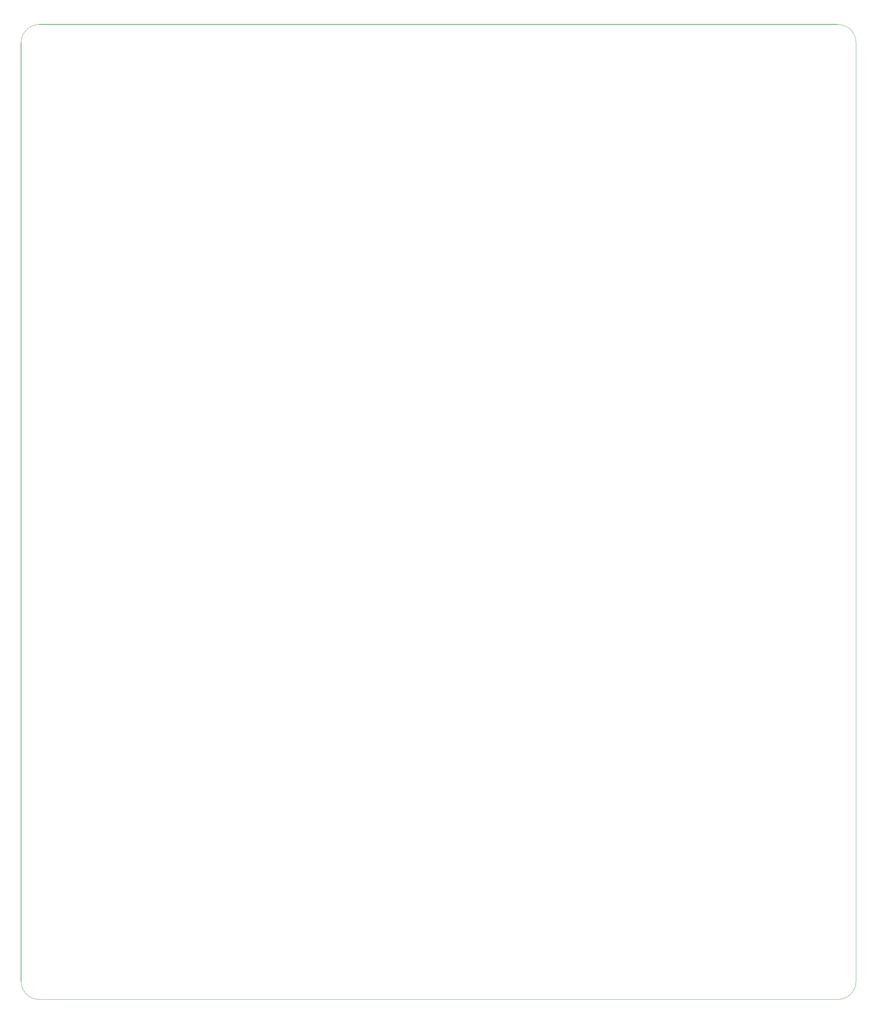
<source format=gbr>
G04 #@! TF.GenerationSoftware,KiCad,Pcbnew,(5.1.0-0)*
G04 #@! TF.CreationDate,2019-10-10T01:34:02-07:00*
G04 #@! TF.ProjectId,MainBoard,4d61696e-426f-4617-9264-2e6b69636164,rev?*
G04 #@! TF.SameCoordinates,Original*
G04 #@! TF.FileFunction,Profile,NP*
%FSLAX46Y46*%
G04 Gerber Fmt 4.6, Leading zero omitted, Abs format (unit mm)*
G04 Created by KiCad (PCBNEW (5.1.0-0)) date 2019-10-10 01:34:02*
%MOMM*%
%LPD*%
G04 APERTURE LIST*
%ADD10C,0.100000*%
%ADD11C,0.150000*%
G04 APERTURE END LIST*
D10*
X166370000Y-77470000D02*
G75*
G02X171450000Y-72390000I5080000J0D01*
G01*
X171450000Y-346710000D02*
G75*
G02X166370000Y-341630000I0J5080000D01*
G01*
X401320000Y-341630000D02*
G75*
G02X396240000Y-346710000I-5080000J0D01*
G01*
X396240000Y-72390000D02*
G75*
G02X401320000Y-77470000I0J-5080000D01*
G01*
X396240000Y-346710000D02*
X171450000Y-346710000D01*
X401320000Y-77470000D02*
X401320000Y-341630000D01*
D11*
X166370000Y-77470000D02*
X166370000Y-341630000D01*
X396240000Y-72390000D02*
X171450000Y-72390000D01*
M02*

</source>
